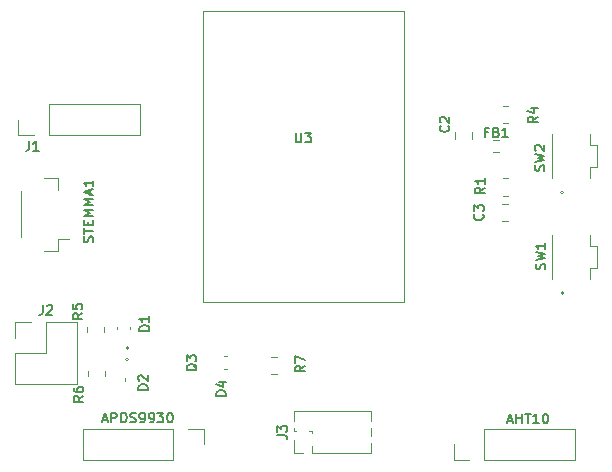
<source format=gbr>
%TF.GenerationSoftware,KiCad,Pcbnew,5.1.9-73d0e3b20d~88~ubuntu20.04.1*%
%TF.CreationDate,2021-02-15T14:30:30+00:00*%
%TF.ProjectId,daughter_board,64617567-6874-4657-925f-626f6172642e,rev?*%
%TF.SameCoordinates,Original*%
%TF.FileFunction,Legend,Top*%
%TF.FilePolarity,Positive*%
%FSLAX46Y46*%
G04 Gerber Fmt 4.6, Leading zero omitted, Abs format (unit mm)*
G04 Created by KiCad (PCBNEW 5.1.9-73d0e3b20d~88~ubuntu20.04.1) date 2021-02-15 14:30:30*
%MOMM*%
%LPD*%
G01*
G04 APERTURE LIST*
%ADD10C,0.120000*%
%ADD11C,0.150000*%
G04 APERTURE END LIST*
D10*
%TO.C,D3*%
X126125000Y-121000000D02*
X126375000Y-121000000D01*
X126125000Y-119900000D02*
X126375000Y-119900000D01*
X123725000Y-120750000D02*
G75*
G03*
X123725000Y-120750000I-125000J0D01*
G01*
%TO.C,D2*%
X117700000Y-121775000D02*
X117700000Y-122025000D01*
X118800000Y-121775000D02*
X118800000Y-122025000D01*
X118075000Y-119250000D02*
G75*
G03*
X118075000Y-119250000I-125000J0D01*
G01*
%TO.C,D1*%
X118150000Y-117675000D02*
X118150000Y-117425000D01*
X117050000Y-117675000D02*
X117050000Y-117425000D01*
X118025000Y-120200000D02*
G75*
G03*
X118025000Y-120200000I-125000J0D01*
G01*
%TO.C,STEMMA1*%
X108915000Y-109865000D02*
X108915000Y-105985000D01*
X112035000Y-104815000D02*
X112035000Y-105865000D01*
X110885000Y-104815000D02*
X112035000Y-104815000D01*
X112035000Y-109985000D02*
X113025000Y-109985000D01*
X112035000Y-111035000D02*
X112035000Y-109985000D01*
X110885000Y-111035000D02*
X112035000Y-111035000D01*
%TO.C,J2*%
X108445000Y-117070000D02*
X109775000Y-117070000D01*
X108445000Y-118400000D02*
X108445000Y-117070000D01*
X111045000Y-117070000D02*
X113645000Y-117070000D01*
X111045000Y-119670000D02*
X111045000Y-117070000D01*
X108445000Y-119670000D02*
X111045000Y-119670000D01*
X113645000Y-117070000D02*
X113645000Y-122270000D01*
X108445000Y-119670000D02*
X108445000Y-122270000D01*
X108445000Y-122270000D02*
X113645000Y-122270000D01*
%TO.C,APDS9930*%
X124430000Y-126070000D02*
X124430000Y-127400000D01*
X123100000Y-126070000D02*
X124430000Y-126070000D01*
X121830000Y-126070000D02*
X121830000Y-128730000D01*
X121830000Y-128730000D02*
X114150000Y-128730000D01*
X121830000Y-126070000D02*
X114150000Y-126070000D01*
X114150000Y-126070000D02*
X114150000Y-128730000D01*
%TO.C,R1*%
X150177064Y-106335000D02*
X149722936Y-106335000D01*
X150177064Y-104865000D02*
X149722936Y-104865000D01*
%TO.C,C3*%
X150161252Y-108510000D02*
X149638748Y-108510000D01*
X150161252Y-107040000D02*
X149638748Y-107040000D01*
%TO.C,SW2*%
X154875000Y-106075000D02*
G75*
G03*
X154875000Y-106075000I-125000J0D01*
G01*
X157675000Y-102050000D02*
X157675000Y-103950000D01*
X157100000Y-102050000D02*
X157675000Y-102050000D01*
X157100000Y-103950000D02*
X157675000Y-103950000D01*
X157100000Y-102050000D02*
X157100000Y-101150000D01*
X157100000Y-104850000D02*
X157100000Y-103950000D01*
X153850000Y-101150000D02*
X153850000Y-104850000D01*
%TO.C,SW1*%
X154875000Y-114600000D02*
G75*
G03*
X154875000Y-114600000I-125000J0D01*
G01*
X157675000Y-110575000D02*
X157675000Y-112475000D01*
X157100000Y-110575000D02*
X157675000Y-110575000D01*
X157100000Y-112475000D02*
X157675000Y-112475000D01*
X157100000Y-110575000D02*
X157100000Y-109675000D01*
X157100000Y-113375000D02*
X157100000Y-112475000D01*
X153850000Y-109675000D02*
X153850000Y-113375000D01*
%TO.C,FB1*%
X149404724Y-102672500D02*
X148895276Y-102672500D01*
X149404724Y-101627500D02*
X148895276Y-101627500D01*
%TO.C,AHT10*%
X145570000Y-128730000D02*
X145570000Y-127400000D01*
X146900000Y-128730000D02*
X145570000Y-128730000D01*
X148170000Y-128730000D02*
X148170000Y-126070000D01*
X148170000Y-126070000D02*
X155850000Y-126070000D01*
X148170000Y-128730000D02*
X155850000Y-128730000D01*
X155850000Y-128730000D02*
X155850000Y-126070000D01*
%TO.C,J3*%
X132015000Y-128130000D02*
X132015000Y-127000000D01*
X132775000Y-128130000D02*
X132015000Y-128130000D01*
X132080000Y-125422470D02*
X132080000Y-124600000D01*
X132080000Y-126240000D02*
X132080000Y-126037530D01*
X132211529Y-126240000D02*
X132080000Y-126240000D01*
X133481529Y-126240000D02*
X133338471Y-126240000D01*
X133535000Y-126436529D02*
X133535000Y-126293471D01*
X133535000Y-128130000D02*
X133535000Y-127563471D01*
X132080000Y-124600000D02*
X138550000Y-124600000D01*
X133535000Y-128130000D02*
X138550000Y-128130000D01*
X138550000Y-126692470D02*
X138550000Y-126037530D01*
X138550000Y-125422470D02*
X138550000Y-124600000D01*
X138550000Y-128130000D02*
X138550000Y-127307530D01*
%TO.C,R7*%
X130122936Y-121460000D02*
X130577064Y-121460000D01*
X130122936Y-119990000D02*
X130577064Y-119990000D01*
%TO.C,R6*%
X116035000Y-121627064D02*
X116035000Y-121172936D01*
X114565000Y-121627064D02*
X114565000Y-121172936D01*
%TO.C,R5*%
X114515000Y-117472936D02*
X114515000Y-117927064D01*
X115985000Y-117472936D02*
X115985000Y-117927064D01*
%TO.C,R4*%
X150177064Y-98740000D02*
X149722936Y-98740000D01*
X150177064Y-100210000D02*
X149722936Y-100210000D01*
%TO.C,J1*%
X108695000Y-101230000D02*
X108695000Y-99900000D01*
X110025000Y-101230000D02*
X108695000Y-101230000D01*
X111295000Y-101230000D02*
X111295000Y-98570000D01*
X111295000Y-98570000D02*
X118975000Y-98570000D01*
X111295000Y-101230000D02*
X118975000Y-101230000D01*
X118975000Y-101230000D02*
X118975000Y-98570000D01*
%TO.C,C2*%
X147110000Y-101511252D02*
X147110000Y-100988748D01*
X145640000Y-101511252D02*
X145640000Y-100988748D01*
%TO.C,U3*%
X141330000Y-115310000D02*
X141350000Y-90750000D01*
X124330000Y-115310000D02*
X141330000Y-115310000D01*
X124330000Y-114710000D02*
X124330000Y-115310000D01*
X124350000Y-90750000D02*
X141350000Y-90750000D01*
X124330000Y-114710000D02*
X124350000Y-90750000D01*
%TO.C,D3*%
D11*
X123770952Y-121107261D02*
X122950952Y-121107261D01*
X122950952Y-120912023D01*
X122990000Y-120794880D01*
X123068095Y-120716785D01*
X123146190Y-120677738D01*
X123302380Y-120638690D01*
X123419523Y-120638690D01*
X123575714Y-120677738D01*
X123653809Y-120716785D01*
X123731904Y-120794880D01*
X123770952Y-120912023D01*
X123770952Y-121107261D01*
X122950952Y-120365357D02*
X122950952Y-119857738D01*
X123263333Y-120131071D01*
X123263333Y-120013928D01*
X123302380Y-119935833D01*
X123341428Y-119896785D01*
X123419523Y-119857738D01*
X123614761Y-119857738D01*
X123692857Y-119896785D01*
X123731904Y-119935833D01*
X123770952Y-120013928D01*
X123770952Y-120248214D01*
X123731904Y-120326309D01*
X123692857Y-120365357D01*
%TO.C,D2*%
X119670952Y-122803214D02*
X118850952Y-122803214D01*
X118850952Y-122607976D01*
X118890000Y-122490833D01*
X118968095Y-122412738D01*
X119046190Y-122373690D01*
X119202380Y-122334642D01*
X119319523Y-122334642D01*
X119475714Y-122373690D01*
X119553809Y-122412738D01*
X119631904Y-122490833D01*
X119670952Y-122607976D01*
X119670952Y-122803214D01*
X118929047Y-122022261D02*
X118890000Y-121983214D01*
X118850952Y-121905119D01*
X118850952Y-121709880D01*
X118890000Y-121631785D01*
X118929047Y-121592738D01*
X119007142Y-121553690D01*
X119085238Y-121553690D01*
X119202380Y-121592738D01*
X119670952Y-122061309D01*
X119670952Y-121553690D01*
%TO.C,D1*%
X119770952Y-117807261D02*
X118950952Y-117807261D01*
X118950952Y-117612023D01*
X118990000Y-117494880D01*
X119068095Y-117416785D01*
X119146190Y-117377738D01*
X119302380Y-117338690D01*
X119419523Y-117338690D01*
X119575714Y-117377738D01*
X119653809Y-117416785D01*
X119731904Y-117494880D01*
X119770952Y-117612023D01*
X119770952Y-117807261D01*
X119770952Y-116557738D02*
X119770952Y-117026309D01*
X119770952Y-116792023D02*
X118950952Y-116792023D01*
X119068095Y-116870119D01*
X119146190Y-116948214D01*
X119185238Y-117026309D01*
%TO.C,STEMMA1*%
X115006904Y-110271666D02*
X115045952Y-110154523D01*
X115045952Y-109959285D01*
X115006904Y-109881190D01*
X114967857Y-109842142D01*
X114889761Y-109803095D01*
X114811666Y-109803095D01*
X114733571Y-109842142D01*
X114694523Y-109881190D01*
X114655476Y-109959285D01*
X114616428Y-110115476D01*
X114577380Y-110193571D01*
X114538333Y-110232619D01*
X114460238Y-110271666D01*
X114382142Y-110271666D01*
X114304047Y-110232619D01*
X114265000Y-110193571D01*
X114225952Y-110115476D01*
X114225952Y-109920238D01*
X114265000Y-109803095D01*
X114225952Y-109568809D02*
X114225952Y-109100238D01*
X115045952Y-109334523D02*
X114225952Y-109334523D01*
X114616428Y-108826904D02*
X114616428Y-108553571D01*
X115045952Y-108436428D02*
X115045952Y-108826904D01*
X114225952Y-108826904D01*
X114225952Y-108436428D01*
X115045952Y-108085000D02*
X114225952Y-108085000D01*
X114811666Y-107811666D01*
X114225952Y-107538333D01*
X115045952Y-107538333D01*
X115045952Y-107147857D02*
X114225952Y-107147857D01*
X114811666Y-106874523D01*
X114225952Y-106601190D01*
X115045952Y-106601190D01*
X114811666Y-106249761D02*
X114811666Y-105859285D01*
X115045952Y-106327857D02*
X114225952Y-106054523D01*
X115045952Y-105781190D01*
X115045952Y-105078333D02*
X115045952Y-105546904D01*
X115045952Y-105312619D02*
X114225952Y-105312619D01*
X114343095Y-105390714D01*
X114421190Y-105468809D01*
X114460238Y-105546904D01*
%TO.C,J2*%
X110771666Y-115620952D02*
X110771666Y-116206666D01*
X110732619Y-116323809D01*
X110654523Y-116401904D01*
X110537380Y-116440952D01*
X110459285Y-116440952D01*
X111123095Y-115699047D02*
X111162142Y-115660000D01*
X111240238Y-115620952D01*
X111435476Y-115620952D01*
X111513571Y-115660000D01*
X111552619Y-115699047D01*
X111591666Y-115777142D01*
X111591666Y-115855238D01*
X111552619Y-115972380D01*
X111084047Y-116440952D01*
X111591666Y-116440952D01*
%TO.C,APDS9930*%
X115832380Y-125311666D02*
X116222857Y-125311666D01*
X115754285Y-125545952D02*
X116027619Y-124725952D01*
X116300952Y-125545952D01*
X116574285Y-125545952D02*
X116574285Y-124725952D01*
X116886666Y-124725952D01*
X116964761Y-124765000D01*
X117003809Y-124804047D01*
X117042857Y-124882142D01*
X117042857Y-124999285D01*
X117003809Y-125077380D01*
X116964761Y-125116428D01*
X116886666Y-125155476D01*
X116574285Y-125155476D01*
X117394285Y-125545952D02*
X117394285Y-124725952D01*
X117589523Y-124725952D01*
X117706666Y-124765000D01*
X117784761Y-124843095D01*
X117823809Y-124921190D01*
X117862857Y-125077380D01*
X117862857Y-125194523D01*
X117823809Y-125350714D01*
X117784761Y-125428809D01*
X117706666Y-125506904D01*
X117589523Y-125545952D01*
X117394285Y-125545952D01*
X118175238Y-125506904D02*
X118292380Y-125545952D01*
X118487619Y-125545952D01*
X118565714Y-125506904D01*
X118604761Y-125467857D01*
X118643809Y-125389761D01*
X118643809Y-125311666D01*
X118604761Y-125233571D01*
X118565714Y-125194523D01*
X118487619Y-125155476D01*
X118331428Y-125116428D01*
X118253333Y-125077380D01*
X118214285Y-125038333D01*
X118175238Y-124960238D01*
X118175238Y-124882142D01*
X118214285Y-124804047D01*
X118253333Y-124765000D01*
X118331428Y-124725952D01*
X118526666Y-124725952D01*
X118643809Y-124765000D01*
X119034285Y-125545952D02*
X119190476Y-125545952D01*
X119268571Y-125506904D01*
X119307619Y-125467857D01*
X119385714Y-125350714D01*
X119424761Y-125194523D01*
X119424761Y-124882142D01*
X119385714Y-124804047D01*
X119346666Y-124765000D01*
X119268571Y-124725952D01*
X119112380Y-124725952D01*
X119034285Y-124765000D01*
X118995238Y-124804047D01*
X118956190Y-124882142D01*
X118956190Y-125077380D01*
X118995238Y-125155476D01*
X119034285Y-125194523D01*
X119112380Y-125233571D01*
X119268571Y-125233571D01*
X119346666Y-125194523D01*
X119385714Y-125155476D01*
X119424761Y-125077380D01*
X119815238Y-125545952D02*
X119971428Y-125545952D01*
X120049523Y-125506904D01*
X120088571Y-125467857D01*
X120166666Y-125350714D01*
X120205714Y-125194523D01*
X120205714Y-124882142D01*
X120166666Y-124804047D01*
X120127619Y-124765000D01*
X120049523Y-124725952D01*
X119893333Y-124725952D01*
X119815238Y-124765000D01*
X119776190Y-124804047D01*
X119737142Y-124882142D01*
X119737142Y-125077380D01*
X119776190Y-125155476D01*
X119815238Y-125194523D01*
X119893333Y-125233571D01*
X120049523Y-125233571D01*
X120127619Y-125194523D01*
X120166666Y-125155476D01*
X120205714Y-125077380D01*
X120479047Y-124725952D02*
X120986666Y-124725952D01*
X120713333Y-125038333D01*
X120830476Y-125038333D01*
X120908571Y-125077380D01*
X120947619Y-125116428D01*
X120986666Y-125194523D01*
X120986666Y-125389761D01*
X120947619Y-125467857D01*
X120908571Y-125506904D01*
X120830476Y-125545952D01*
X120596190Y-125545952D01*
X120518095Y-125506904D01*
X120479047Y-125467857D01*
X121494285Y-124725952D02*
X121572380Y-124725952D01*
X121650476Y-124765000D01*
X121689523Y-124804047D01*
X121728571Y-124882142D01*
X121767619Y-125038333D01*
X121767619Y-125233571D01*
X121728571Y-125389761D01*
X121689523Y-125467857D01*
X121650476Y-125506904D01*
X121572380Y-125545952D01*
X121494285Y-125545952D01*
X121416190Y-125506904D01*
X121377142Y-125467857D01*
X121338095Y-125389761D01*
X121299047Y-125233571D01*
X121299047Y-125038333D01*
X121338095Y-124882142D01*
X121377142Y-124804047D01*
X121416190Y-124765000D01*
X121494285Y-124725952D01*
%TO.C,R1*%
X148220952Y-105661666D02*
X147830476Y-105935000D01*
X148220952Y-106130238D02*
X147400952Y-106130238D01*
X147400952Y-105817857D01*
X147440000Y-105739761D01*
X147479047Y-105700714D01*
X147557142Y-105661666D01*
X147674285Y-105661666D01*
X147752380Y-105700714D01*
X147791428Y-105739761D01*
X147830476Y-105817857D01*
X147830476Y-106130238D01*
X148220952Y-104880714D02*
X148220952Y-105349285D01*
X148220952Y-105115000D02*
X147400952Y-105115000D01*
X147518095Y-105193095D01*
X147596190Y-105271190D01*
X147635238Y-105349285D01*
%TO.C,C3*%
X148017857Y-107911666D02*
X148056904Y-107950714D01*
X148095952Y-108067857D01*
X148095952Y-108145952D01*
X148056904Y-108263095D01*
X147978809Y-108341190D01*
X147900714Y-108380238D01*
X147744523Y-108419285D01*
X147627380Y-108419285D01*
X147471190Y-108380238D01*
X147393095Y-108341190D01*
X147315000Y-108263095D01*
X147275952Y-108145952D01*
X147275952Y-108067857D01*
X147315000Y-107950714D01*
X147354047Y-107911666D01*
X147275952Y-107638333D02*
X147275952Y-107130714D01*
X147588333Y-107404047D01*
X147588333Y-107286904D01*
X147627380Y-107208809D01*
X147666428Y-107169761D01*
X147744523Y-107130714D01*
X147939761Y-107130714D01*
X148017857Y-107169761D01*
X148056904Y-107208809D01*
X148095952Y-107286904D01*
X148095952Y-107521190D01*
X148056904Y-107599285D01*
X148017857Y-107638333D01*
%TO.C,SW2*%
X153206904Y-104246309D02*
X153245952Y-104129166D01*
X153245952Y-103933928D01*
X153206904Y-103855833D01*
X153167857Y-103816785D01*
X153089761Y-103777738D01*
X153011666Y-103777738D01*
X152933571Y-103816785D01*
X152894523Y-103855833D01*
X152855476Y-103933928D01*
X152816428Y-104090119D01*
X152777380Y-104168214D01*
X152738333Y-104207261D01*
X152660238Y-104246309D01*
X152582142Y-104246309D01*
X152504047Y-104207261D01*
X152465000Y-104168214D01*
X152425952Y-104090119D01*
X152425952Y-103894880D01*
X152465000Y-103777738D01*
X152425952Y-103504404D02*
X153245952Y-103309166D01*
X152660238Y-103152976D01*
X153245952Y-102996785D01*
X152425952Y-102801547D01*
X152504047Y-102528214D02*
X152465000Y-102489166D01*
X152425952Y-102411071D01*
X152425952Y-102215833D01*
X152465000Y-102137738D01*
X152504047Y-102098690D01*
X152582142Y-102059642D01*
X152660238Y-102059642D01*
X152777380Y-102098690D01*
X153245952Y-102567261D01*
X153245952Y-102059642D01*
%TO.C,SW1*%
X153281904Y-112571309D02*
X153320952Y-112454166D01*
X153320952Y-112258928D01*
X153281904Y-112180833D01*
X153242857Y-112141785D01*
X153164761Y-112102738D01*
X153086666Y-112102738D01*
X153008571Y-112141785D01*
X152969523Y-112180833D01*
X152930476Y-112258928D01*
X152891428Y-112415119D01*
X152852380Y-112493214D01*
X152813333Y-112532261D01*
X152735238Y-112571309D01*
X152657142Y-112571309D01*
X152579047Y-112532261D01*
X152540000Y-112493214D01*
X152500952Y-112415119D01*
X152500952Y-112219880D01*
X152540000Y-112102738D01*
X152500952Y-111829404D02*
X153320952Y-111634166D01*
X152735238Y-111477976D01*
X153320952Y-111321785D01*
X152500952Y-111126547D01*
X153320952Y-110384642D02*
X153320952Y-110853214D01*
X153320952Y-110618928D02*
X152500952Y-110618928D01*
X152618095Y-110697023D01*
X152696190Y-110775119D01*
X152735238Y-110853214D01*
%TO.C,FB1*%
X148466666Y-100966428D02*
X148193333Y-100966428D01*
X148193333Y-101395952D02*
X148193333Y-100575952D01*
X148583809Y-100575952D01*
X149169523Y-100966428D02*
X149286666Y-101005476D01*
X149325714Y-101044523D01*
X149364761Y-101122619D01*
X149364761Y-101239761D01*
X149325714Y-101317857D01*
X149286666Y-101356904D01*
X149208571Y-101395952D01*
X148896190Y-101395952D01*
X148896190Y-100575952D01*
X149169523Y-100575952D01*
X149247619Y-100615000D01*
X149286666Y-100654047D01*
X149325714Y-100732142D01*
X149325714Y-100810238D01*
X149286666Y-100888333D01*
X149247619Y-100927380D01*
X149169523Y-100966428D01*
X148896190Y-100966428D01*
X150145714Y-101395952D02*
X149677142Y-101395952D01*
X149911428Y-101395952D02*
X149911428Y-100575952D01*
X149833333Y-100693095D01*
X149755238Y-100771190D01*
X149677142Y-100810238D01*
%TO.C,D4*%
X126270952Y-123305238D02*
X125450952Y-123305238D01*
X125450952Y-123110000D01*
X125490000Y-122992857D01*
X125568095Y-122914761D01*
X125646190Y-122875714D01*
X125802380Y-122836666D01*
X125919523Y-122836666D01*
X126075714Y-122875714D01*
X126153809Y-122914761D01*
X126231904Y-122992857D01*
X126270952Y-123110000D01*
X126270952Y-123305238D01*
X125724285Y-122133809D02*
X126270952Y-122133809D01*
X125411904Y-122329047D02*
X125997619Y-122524285D01*
X125997619Y-122016666D01*
%TO.C,AHT10*%
X150131904Y-125386666D02*
X150522380Y-125386666D01*
X150053809Y-125620952D02*
X150327142Y-124800952D01*
X150600476Y-125620952D01*
X150873809Y-125620952D02*
X150873809Y-124800952D01*
X150873809Y-125191428D02*
X151342380Y-125191428D01*
X151342380Y-125620952D02*
X151342380Y-124800952D01*
X151615714Y-124800952D02*
X152084285Y-124800952D01*
X151850000Y-125620952D02*
X151850000Y-124800952D01*
X152787142Y-125620952D02*
X152318571Y-125620952D01*
X152552857Y-125620952D02*
X152552857Y-124800952D01*
X152474761Y-124918095D01*
X152396666Y-124996190D01*
X152318571Y-125035238D01*
X153294761Y-124800952D02*
X153372857Y-124800952D01*
X153450952Y-124840000D01*
X153490000Y-124879047D01*
X153529047Y-124957142D01*
X153568095Y-125113333D01*
X153568095Y-125308571D01*
X153529047Y-125464761D01*
X153490000Y-125542857D01*
X153450952Y-125581904D01*
X153372857Y-125620952D01*
X153294761Y-125620952D01*
X153216666Y-125581904D01*
X153177619Y-125542857D01*
X153138571Y-125464761D01*
X153099523Y-125308571D01*
X153099523Y-125113333D01*
X153138571Y-124957142D01*
X153177619Y-124879047D01*
X153216666Y-124840000D01*
X153294761Y-124800952D01*
%TO.C,J3*%
X130630952Y-126638333D02*
X131216666Y-126638333D01*
X131333809Y-126677380D01*
X131411904Y-126755476D01*
X131450952Y-126872619D01*
X131450952Y-126950714D01*
X130630952Y-126325952D02*
X130630952Y-125818333D01*
X130943333Y-126091666D01*
X130943333Y-125974523D01*
X130982380Y-125896428D01*
X131021428Y-125857380D01*
X131099523Y-125818333D01*
X131294761Y-125818333D01*
X131372857Y-125857380D01*
X131411904Y-125896428D01*
X131450952Y-125974523D01*
X131450952Y-126208809D01*
X131411904Y-126286904D01*
X131372857Y-126325952D01*
%TO.C,R7*%
X132970952Y-120761666D02*
X132580476Y-121035000D01*
X132970952Y-121230238D02*
X132150952Y-121230238D01*
X132150952Y-120917857D01*
X132190000Y-120839761D01*
X132229047Y-120800714D01*
X132307142Y-120761666D01*
X132424285Y-120761666D01*
X132502380Y-120800714D01*
X132541428Y-120839761D01*
X132580476Y-120917857D01*
X132580476Y-121230238D01*
X132150952Y-120488333D02*
X132150952Y-119941666D01*
X132970952Y-120293095D01*
%TO.C,R6*%
X114195952Y-123311666D02*
X113805476Y-123585000D01*
X114195952Y-123780238D02*
X113375952Y-123780238D01*
X113375952Y-123467857D01*
X113415000Y-123389761D01*
X113454047Y-123350714D01*
X113532142Y-123311666D01*
X113649285Y-123311666D01*
X113727380Y-123350714D01*
X113766428Y-123389761D01*
X113805476Y-123467857D01*
X113805476Y-123780238D01*
X113375952Y-122608809D02*
X113375952Y-122765000D01*
X113415000Y-122843095D01*
X113454047Y-122882142D01*
X113571190Y-122960238D01*
X113727380Y-122999285D01*
X114039761Y-122999285D01*
X114117857Y-122960238D01*
X114156904Y-122921190D01*
X114195952Y-122843095D01*
X114195952Y-122686904D01*
X114156904Y-122608809D01*
X114117857Y-122569761D01*
X114039761Y-122530714D01*
X113844523Y-122530714D01*
X113766428Y-122569761D01*
X113727380Y-122608809D01*
X113688333Y-122686904D01*
X113688333Y-122843095D01*
X113727380Y-122921190D01*
X113766428Y-122960238D01*
X113844523Y-122999285D01*
%TO.C,R5*%
X114120952Y-116286666D02*
X113730476Y-116560000D01*
X114120952Y-116755238D02*
X113300952Y-116755238D01*
X113300952Y-116442857D01*
X113340000Y-116364761D01*
X113379047Y-116325714D01*
X113457142Y-116286666D01*
X113574285Y-116286666D01*
X113652380Y-116325714D01*
X113691428Y-116364761D01*
X113730476Y-116442857D01*
X113730476Y-116755238D01*
X113300952Y-115544761D02*
X113300952Y-115935238D01*
X113691428Y-115974285D01*
X113652380Y-115935238D01*
X113613333Y-115857142D01*
X113613333Y-115661904D01*
X113652380Y-115583809D01*
X113691428Y-115544761D01*
X113769523Y-115505714D01*
X113964761Y-115505714D01*
X114042857Y-115544761D01*
X114081904Y-115583809D01*
X114120952Y-115661904D01*
X114120952Y-115857142D01*
X114081904Y-115935238D01*
X114042857Y-115974285D01*
%TO.C,R4*%
X152670952Y-99661666D02*
X152280476Y-99935000D01*
X152670952Y-100130238D02*
X151850952Y-100130238D01*
X151850952Y-99817857D01*
X151890000Y-99739761D01*
X151929047Y-99700714D01*
X152007142Y-99661666D01*
X152124285Y-99661666D01*
X152202380Y-99700714D01*
X152241428Y-99739761D01*
X152280476Y-99817857D01*
X152280476Y-100130238D01*
X152124285Y-98958809D02*
X152670952Y-98958809D01*
X151811904Y-99154047D02*
X152397619Y-99349285D01*
X152397619Y-98841666D01*
%TO.C,J1*%
X109626666Y-101725952D02*
X109626666Y-102311666D01*
X109587619Y-102428809D01*
X109509523Y-102506904D01*
X109392380Y-102545952D01*
X109314285Y-102545952D01*
X110446666Y-102545952D02*
X109978095Y-102545952D01*
X110212380Y-102545952D02*
X110212380Y-101725952D01*
X110134285Y-101843095D01*
X110056190Y-101921190D01*
X109978095Y-101960238D01*
%TO.C,C2*%
X145117857Y-100436666D02*
X145156904Y-100475714D01*
X145195952Y-100592857D01*
X145195952Y-100670952D01*
X145156904Y-100788095D01*
X145078809Y-100866190D01*
X145000714Y-100905238D01*
X144844523Y-100944285D01*
X144727380Y-100944285D01*
X144571190Y-100905238D01*
X144493095Y-100866190D01*
X144415000Y-100788095D01*
X144375952Y-100670952D01*
X144375952Y-100592857D01*
X144415000Y-100475714D01*
X144454047Y-100436666D01*
X144454047Y-100124285D02*
X144415000Y-100085238D01*
X144375952Y-100007142D01*
X144375952Y-99811904D01*
X144415000Y-99733809D01*
X144454047Y-99694761D01*
X144532142Y-99655714D01*
X144610238Y-99655714D01*
X144727380Y-99694761D01*
X145195952Y-100163333D01*
X145195952Y-99655714D01*
%TO.C,U3*%
X132195238Y-101020952D02*
X132195238Y-101684761D01*
X132234285Y-101762857D01*
X132273333Y-101801904D01*
X132351428Y-101840952D01*
X132507619Y-101840952D01*
X132585714Y-101801904D01*
X132624761Y-101762857D01*
X132663809Y-101684761D01*
X132663809Y-101020952D01*
X132976190Y-101020952D02*
X133483809Y-101020952D01*
X133210476Y-101333333D01*
X133327619Y-101333333D01*
X133405714Y-101372380D01*
X133444761Y-101411428D01*
X133483809Y-101489523D01*
X133483809Y-101684761D01*
X133444761Y-101762857D01*
X133405714Y-101801904D01*
X133327619Y-101840952D01*
X133093333Y-101840952D01*
X133015238Y-101801904D01*
X132976190Y-101762857D01*
%TD*%
M02*

</source>
